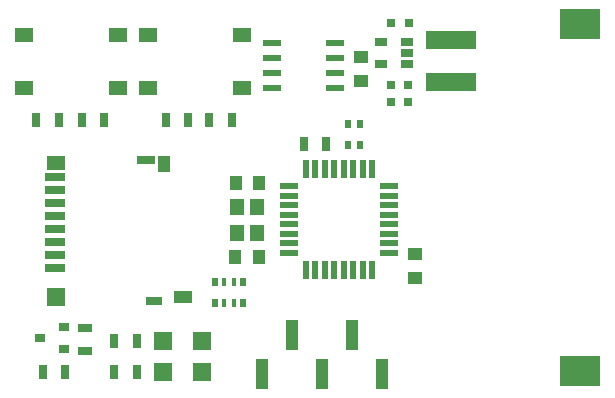
<source format=gtp>
G04 #@! TF.FileFunction,Paste,Top*
%FSLAX46Y46*%
G04 Gerber Fmt 4.6, Leading zero omitted, Abs format (unit mm)*
G04 Created by KiCad (PCBNEW 4.0.7) date 02/28/18 21:52:48*
%MOMM*%
%LPD*%
G01*
G04 APERTURE LIST*
%ADD10C,0.100000*%
%ADD11R,3.510000X2.540000*%
%ADD12R,0.800000X0.750000*%
%ADD13R,1.000000X1.250000*%
%ADD14R,1.250000X1.000000*%
%ADD15R,1.500000X1.500000*%
%ADD16R,1.750000X0.700000*%
%ADD17R,1.500000X1.300000*%
%ADD18R,1.500000X0.800000*%
%ADD19R,1.000000X1.450000*%
%ADD20R,1.400000X0.800000*%
%ADD21R,1.550000X1.000000*%
%ADD22R,4.200000X1.500000*%
%ADD23R,0.900000X0.800000*%
%ADD24R,1.300000X0.700000*%
%ADD25R,0.700000X1.300000*%
%ADD26R,0.500000X0.800000*%
%ADD27R,0.400000X0.800000*%
%ADD28R,1.550000X1.300000*%
%ADD29R,1.060000X0.650000*%
%ADD30R,1.600000X0.550000*%
%ADD31R,0.550000X1.600000*%
%ADD32R,1.550000X0.600000*%
%ADD33R,1.000000X2.510000*%
%ADD34R,1.200000X1.400000*%
G04 APERTURE END LIST*
D10*
D11*
X158343600Y-85091200D03*
X158343600Y-114451200D03*
D12*
X143904400Y-84988400D03*
X142404400Y-84988400D03*
X143853600Y-91643200D03*
X142353600Y-91643200D03*
X143853600Y-90220800D03*
X142353600Y-90220800D03*
D13*
X131238500Y-98488500D03*
X129238500Y-98488500D03*
X129175000Y-104775000D03*
X131175000Y-104775000D03*
D14*
X139801600Y-89849200D03*
X139801600Y-87849200D03*
D15*
X126414800Y-114503200D03*
X123114800Y-114503200D03*
X126414800Y-111861600D03*
X123114800Y-111861600D03*
D16*
X113933000Y-98044000D03*
D17*
X114058000Y-96844000D03*
D18*
X121658000Y-96594000D03*
D19*
X123158000Y-96919000D03*
D20*
X122308000Y-108544000D03*
D16*
X113933000Y-99144000D03*
X113933000Y-100244000D03*
X113933000Y-101344000D03*
X113933000Y-102444000D03*
X113933000Y-103544000D03*
X113933000Y-104644000D03*
X113933000Y-105744000D03*
D15*
X114058000Y-108194000D03*
D21*
X124733000Y-108144000D03*
D22*
X147421600Y-89988800D03*
X147421600Y-86388800D03*
D23*
X114690400Y-112608400D03*
X114690400Y-110708400D03*
X112690400Y-111658400D03*
D24*
X116484400Y-110810000D03*
X116484400Y-112710000D03*
D25*
X112892800Y-114503200D03*
X114792800Y-114503200D03*
X118963400Y-114503200D03*
X120863400Y-114503200D03*
X118963400Y-111861600D03*
X120863400Y-111861600D03*
X135003500Y-95250000D03*
X136903500Y-95250000D03*
X116207500Y-93154500D03*
X118107500Y-93154500D03*
X127002500Y-93154500D03*
X128902500Y-93154500D03*
X112334000Y-93154500D03*
X114234000Y-93154500D03*
X123319500Y-93154500D03*
X125219500Y-93154500D03*
D26*
X129876400Y-106897600D03*
D27*
X128276400Y-106897600D03*
X129076400Y-106897600D03*
D26*
X127476400Y-106897600D03*
D27*
X129076400Y-108697600D03*
D26*
X129876400Y-108697600D03*
D27*
X128276400Y-108697600D03*
D26*
X127476400Y-108697600D03*
X138755500Y-95324500D03*
X139755500Y-95324500D03*
X139755500Y-93524500D03*
X138755500Y-93524500D03*
D28*
X119240200Y-90489600D03*
X111290200Y-90489600D03*
X119240200Y-85989600D03*
X111290200Y-85989600D03*
X129755800Y-90489600D03*
X121805800Y-90489600D03*
X129755800Y-85989600D03*
X121805800Y-85989600D03*
D29*
X143746400Y-88478400D03*
X143746400Y-87528400D03*
X143746400Y-86578400D03*
X141546400Y-86578400D03*
X141546400Y-88478400D03*
D30*
X133735500Y-98800000D03*
X133735500Y-99600000D03*
X133735500Y-100400000D03*
X133735500Y-101200000D03*
X133735500Y-102000000D03*
X133735500Y-102800000D03*
X133735500Y-103600000D03*
X133735500Y-104400000D03*
D31*
X135185500Y-105850000D03*
X135985500Y-105850000D03*
X136785500Y-105850000D03*
X137585500Y-105850000D03*
X138385500Y-105850000D03*
X139185500Y-105850000D03*
X139985500Y-105850000D03*
X140785500Y-105850000D03*
D30*
X142235500Y-104400000D03*
X142235500Y-103600000D03*
X142235500Y-102800000D03*
X142235500Y-102000000D03*
X142235500Y-101200000D03*
X142235500Y-100400000D03*
X142235500Y-99600000D03*
X142235500Y-98800000D03*
D31*
X140785500Y-97350000D03*
X139985500Y-97350000D03*
X139185500Y-97350000D03*
X138385500Y-97350000D03*
X137585500Y-97350000D03*
X136785500Y-97350000D03*
X135985500Y-97350000D03*
X135185500Y-97350000D03*
D32*
X132275600Y-86690200D03*
X132275600Y-87960200D03*
X132275600Y-89230200D03*
X132275600Y-90500200D03*
X137675600Y-90500200D03*
X137675600Y-89230200D03*
X137675600Y-87960200D03*
X137675600Y-86690200D03*
D33*
X131445000Y-114659600D03*
X136525000Y-114659600D03*
X141605000Y-114659600D03*
X133985000Y-111349600D03*
X139065000Y-111349600D03*
D14*
X144399000Y-104537000D03*
X144399000Y-106537000D03*
D34*
X129375800Y-100525400D03*
X129375800Y-102725400D03*
X131075800Y-102725400D03*
X131075800Y-100525400D03*
M02*

</source>
